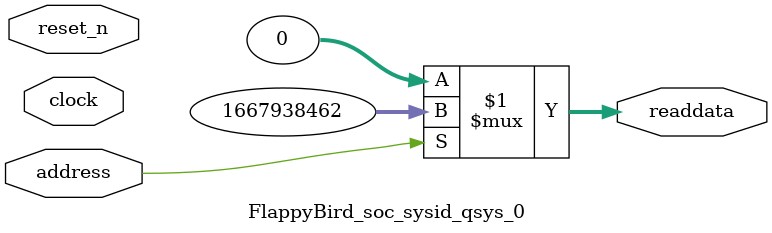
<source format=v>



// synthesis translate_off
`timescale 1ns / 1ps
// synthesis translate_on

// turn off superfluous verilog processor warnings 
// altera message_level Level1 
// altera message_off 10034 10035 10036 10037 10230 10240 10030 

module FlappyBird_soc_sysid_qsys_0 (
               // inputs:
                address,
                clock,
                reset_n,

               // outputs:
                readdata
             )
;

  output  [ 31: 0] readdata;
  input            address;
  input            clock;
  input            reset_n;

  wire    [ 31: 0] readdata;
  //control_slave, which is an e_avalon_slave
  assign readdata = address ? 1667938462 : 0;

endmodule



</source>
